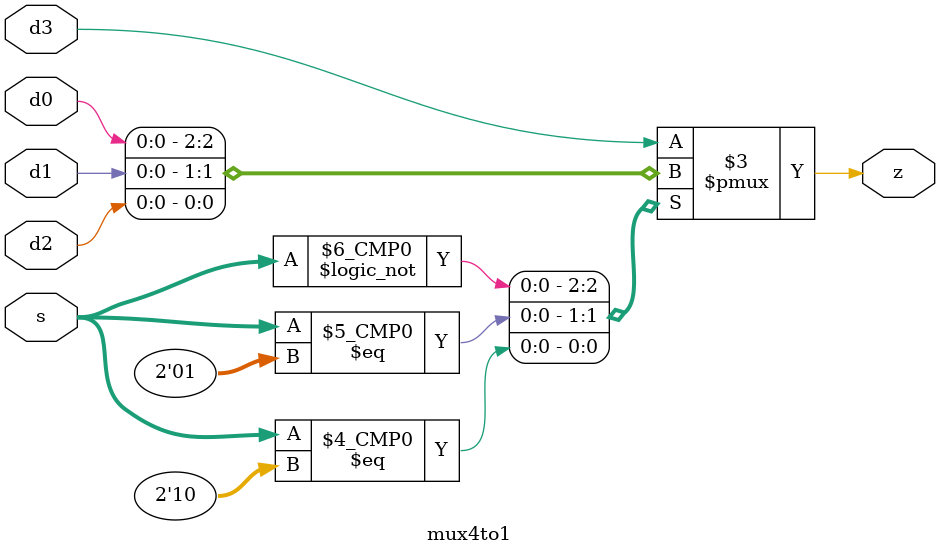
<source format=v>
module mux4to1(s, d0, d1, d2, d3, z);
    input [1:0] s;
    input d0, d1, d2, d3;
    output reg z;

    always @(*) begin
        case (s)
            0 : z = d0;
            1 : z = d1;
            2 : z = d2; 
            default: z = d3; 
        endcase
    end
endmodule
</source>
